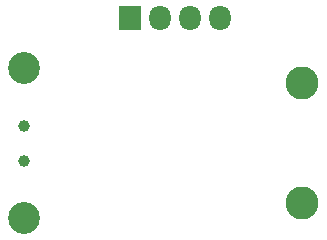
<source format=gbs>
G04 #@! TF.FileFunction,Soldermask,Bot*
%FSLAX46Y46*%
G04 Gerber Fmt 4.6, Leading zero omitted, Abs format (unit mm)*
G04 Created by KiCad (PCBNEW 4.0.3-stable) date 2016 September 06, Tuesday 12:50:02*
%MOMM*%
%LPD*%
G01*
G04 APERTURE LIST*
%ADD10C,0.100000*%
%ADD11C,2.700000*%
%ADD12C,2.800020*%
%ADD13R,1.827200X2.132000*%
%ADD14O,1.827200X2.132000*%
%ADD15C,1.000000*%
G04 APERTURE END LIST*
D10*
D11*
X102600000Y-93850000D03*
X102600000Y-81150000D03*
D12*
X126200000Y-82400000D03*
X126200000Y-92560000D03*
D13*
X111600000Y-76900000D03*
D14*
X114140000Y-76900000D03*
X116680000Y-76900000D03*
X119220000Y-76900000D03*
D15*
X102600000Y-89000000D03*
X102600000Y-86000000D03*
M02*

</source>
